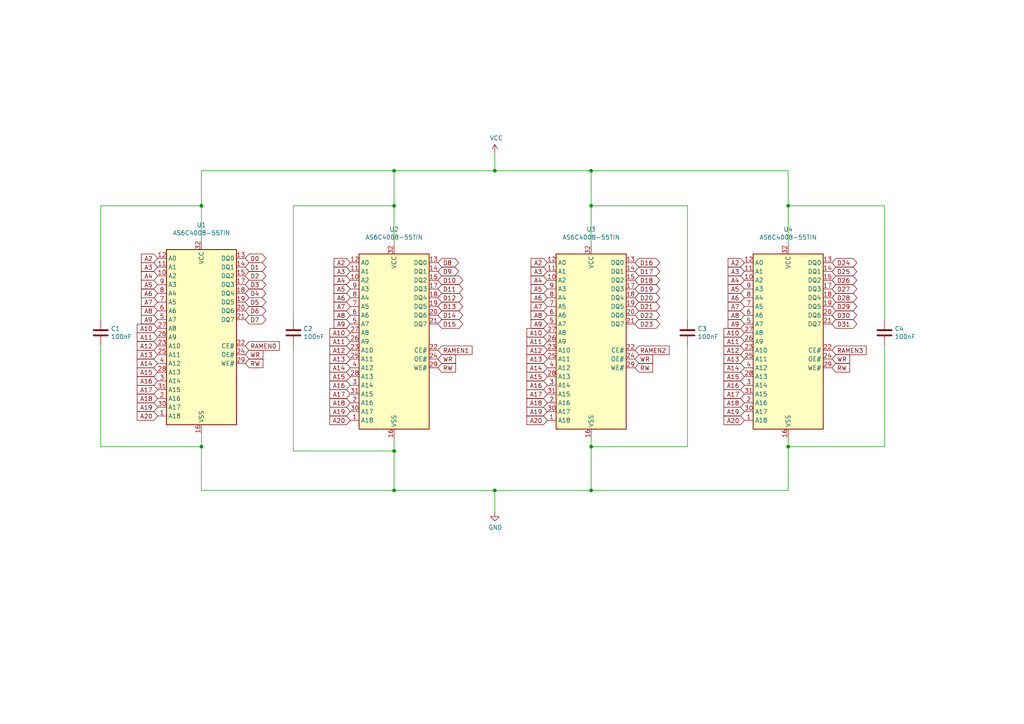
<source format=kicad_sch>
(kicad_sch (version 20211123) (generator eeschema)
  (paper "A4")
  (title_block (title "rosco_m68k Pro (030) Prototype") (date "2023-11-11") (rev "p5") (company "The Really Old-School Company Limited") (comment 1 "Copyright ©2021-2023 The Really Old-School Company Limited") (comment 2 "Open Source Hardware (CERN OHL)") (comment 3 "Prototype Hardware! Not suitable for general use!"))
  (lib_symbols
    (symbol "Device:C" (pin_numbers hide) (pin_names (offset 0.254))
      (property "Reference" "C" (at 0.635 2.54 0))
      (property "Value" "C" (at 0.635 -2.54 0))
      (symbol "C_0_1"
        (polyline (pts (xy -2.032 -0.762) (xy 2.032 -0.762)) (stroke (width 0.508)))
        (polyline (pts (xy -2.032 0.762) (xy 2.032 0.762)) (stroke (width 0.508)))
      )
      (symbol "C_1_1"
        (pin passive line (at 0 3.81 270) (length 2.794) (name "~") (number "1"))
        (pin passive line (at 0 -3.81 90) (length 2.794) (name "~") (number "2"))
      )
    )
    (symbol "Memory_RAM:AS6C4008-55PCN"
      (property "Reference" "U" (at -10.16 26.035 0))
      (property "Value" "AS6C4008-55PCN" (at 2.54 26.035 0))
      (symbol "AS6C4008-55PCN_0_0"
        (pin power_in line (at 0 -27.94 90) (length 2.54) (name "VSS") (number "16"))
        (pin power_in line (at 0 27.94 270) (length 2.54) (name "VCC") (number "32"))
      )
      (symbol "AS6C4008-55PCN_0_1"
        (rectangle (start -10.16 25.4) (end 10.16 -25.4) (stroke (width 0.254)) (fill (type background)))
      )
      (symbol "AS6C4008-55PCN_1_1"
        (pin input line (at -12.7 -22.86 0) (length 2.54) (name "A18") (number "1"))
        (pin input line (at -12.7 17.78 0) (length 2.54) (name "A2") (number "10"))
        (pin input line (at -12.7 20.32 0) (length 2.54) (name "A1") (number "11"))
        (pin input line (at -12.7 22.86 0) (length 2.54) (name "A0") (number "12"))
        (pin tri_state line (at 12.7 22.86 180) (length 2.54) (name "DQ0") (number "13"))
        (pin tri_state line (at 12.7 20.32 180) (length 2.54) (name "DQ1") (number "14"))
        (pin tri_state line (at 12.7 17.78 180) (length 2.54) (name "DQ2") (number "15"))
        (pin tri_state line (at 12.7 15.24 180) (length 2.54) (name "DQ3") (number "17"))
        (pin tri_state line (at 12.7 12.7 180) (length 2.54) (name "DQ4") (number "18"))
        (pin tri_state line (at 12.7 10.16 180) (length 2.54) (name "DQ5") (number "19"))
        (pin input line (at -12.7 -17.78 0) (length 2.54) (name "A16") (number "2"))
        (pin tri_state line (at 12.7 7.62 180) (length 2.54) (name "DQ6") (number "20"))
        (pin tri_state line (at 12.7 5.08 180) (length 2.54) (name "DQ7") (number "21"))
        (pin input line (at 12.7 -2.54 180) (length 2.54) (name "CE#") (number "22"))
        (pin input line (at -12.7 -2.54 0) (length 2.54) (name "A10") (number "23"))
        (pin input line (at 12.7 -5.08 180) (length 2.54) (name "OE#") (number "24"))
        (pin input line (at -12.7 -5.08 0) (length 2.54) (name "A11") (number "25"))
        (pin input line (at -12.7 0 0) (length 2.54) (name "A9") (number "26"))
        (pin input line (at -12.7 2.54 0) (length 2.54) (name "A8") (number "27"))
        (pin input line (at -12.7 -10.16 0) (length 2.54) (name "A13") (number "28"))
        (pin input line (at 12.7 -7.62 180) (length 2.54) (name "WE#") (number "29"))
        (pin input line (at -12.7 -12.7 0) (length 2.54) (name "A14") (number "3"))
        (pin input line (at -12.7 -20.32 0) (length 2.54) (name "A17") (number "30"))
        (pin input line (at -12.7 -15.24 0) (length 2.54) (name "A15") (number "31"))
        (pin input line (at -12.7 -7.62 0) (length 2.54) (name "A12") (number "4"))
        (pin input line (at -12.7 5.08 0) (length 2.54) (name "A7") (number "5"))
        (pin input line (at -12.7 7.62 0) (length 2.54) (name "A6") (number "6"))
        (pin input line (at -12.7 10.16 0) (length 2.54) (name "A5") (number "7"))
        (pin input line (at -12.7 12.7 0) (length 2.54) (name "A4") (number "8"))
        (pin input line (at -12.7 15.24 0) (length 2.54) (name "A3") (number "9"))
      )
    )
    (symbol "power:GND" (power) (pin_names (offset 0))
      (property "Value" "GND" (at 0 -3.81 0))
      (symbol "GND_0_1"
        (polyline (pts (xy 0 0) (xy 0 -1.27) (xy 1.27 -1.27) (xy 0 -2.54) (xy -1.27 -1.27) (xy 0 -1.27)))
      )
      (symbol "GND_1_1"
        (pin power_in line (at 0 0 270) (length 0) hide (name "GND") (number "1"))
      )
    )
    (symbol "power:VCC" (power) (pin_names (offset 0))
      (property "Value" "VCC" (at 0 3.81 0))
      (symbol "VCC_0_1"
        (polyline (pts (xy -0.762 1.27) (xy 0 2.54)))
        (polyline (pts (xy 0 0) (xy 0 2.54)))
        (polyline (pts (xy 0 2.54) (xy 0.762 1.27)))
      )
      (symbol "VCC_1_1"
        (pin power_in line (at 0 0 90) (length 0) hide (name "VCC") (number "1"))
      )
    )
  )
  (junction (at 58.42 129.54))
  (junction (at 171.45 49.53))
  (junction (at 143.51 49.53))
  (junction (at 114.3 130.81))
  (junction (at 114.3 49.53))
  (junction (at 114.3 142.24))
  (junction (at 114.3 59.69))
  (junction (at 58.42 59.69))
  (junction (at 171.45 129.54))
  (junction (at 228.6 129.54))
  (junction (at 228.6 59.69))
  (junction (at 171.45 142.24))
  (junction (at 171.45 59.69))
  (junction (at 143.51 142.24))
  (wire (pts (xy 171.45 129.54) (xy 171.45 142.24)))
  (wire (pts (xy 114.3 49.53) (xy 114.3 59.69)))
  (wire (pts (xy 143.51 148.59) (xy 143.51 142.24)))
  (wire (pts (xy 85.09 59.69) (xy 114.3 59.69)))
  (wire (pts (xy 29.21 100.33) (xy 29.21 129.54)))
  (wire (pts (xy 85.09 100.33) (xy 85.09 130.81)))
  (wire (pts (xy 143.51 49.53) (xy 171.45 49.53)))
  (wire (pts (xy 58.42 49.53) (xy 58.42 59.69)))
  (wire (pts (xy 114.3 142.24) (xy 143.51 142.24)))
  (wire (pts (xy 256.54 59.69) (xy 256.54 92.71)))
  (wire (pts (xy 171.45 127) (xy 171.45 129.54)))
  (wire (pts (xy 58.42 129.54) (xy 58.42 142.24)))
  (wire (pts (xy 199.39 59.69) (xy 171.45 59.69)))
  (wire (pts (xy 29.21 92.71) (xy 29.21 59.69)))
  (wire (pts (xy 228.6 129.54) (xy 228.6 142.24)))
  (wire (pts (xy 143.51 142.24) (xy 171.45 142.24)))
  (wire (pts (xy 171.45 49.53) (xy 228.6 49.53)))
  (wire (pts (xy 85.09 59.69) (xy 85.09 92.71)))
  (wire (pts (xy 228.6 127) (xy 228.6 129.54)))
  (wire (pts (xy 171.45 142.24) (xy 228.6 142.24)))
  (wire (pts (xy 58.42 125.73) (xy 58.42 129.54)))
  (wire (pts (xy 114.3 49.53) (xy 58.42 49.53)))
  (wire (pts (xy 143.51 44.45) (xy 143.51 49.53)))
  (wire (pts (xy 171.45 49.53) (xy 171.45 59.69)))
  (wire (pts (xy 228.6 59.69) (xy 228.6 71.12)))
  (wire (pts (xy 29.21 59.69) (xy 58.42 59.69)))
  (wire (pts (xy 228.6 49.53) (xy 228.6 59.69)))
  (wire (pts (xy 58.42 59.69) (xy 58.42 69.85)))
  (wire (pts (xy 171.45 59.69) (xy 171.45 71.12)))
  (wire (pts (xy 114.3 59.69) (xy 114.3 71.12)))
  (wire (pts (xy 256.54 59.69) (xy 228.6 59.69)))
  (wire (pts (xy 58.42 142.24) (xy 114.3 142.24)))
  (wire (pts (xy 29.21 129.54) (xy 58.42 129.54)))
  (wire (pts (xy 85.09 130.81) (xy 114.3 130.81)))
  (wire (pts (xy 256.54 129.54) (xy 228.6 129.54)))
  (wire (pts (xy 114.3 130.81) (xy 114.3 142.24)))
  (wire (pts (xy 114.3 49.53) (xy 143.51 49.53)))
  (wire (pts (xy 199.39 92.71) (xy 199.39 59.69)))
  (wire (pts (xy 199.39 129.54) (xy 171.45 129.54)))
  (wire (pts (xy 114.3 127) (xy 114.3 130.81)))
  (wire (pts (xy 199.39 100.33) (xy 199.39 129.54)))
  (wire (pts (xy 256.54 129.54) (xy 256.54 100.33)))
  (global_label "A11" (shape input) (at 45.72 97.79 180) (property "Intersheet References" "${INTERSHEET_REFS}" (effects hide)))
  (global_label "A14" (shape input) (at 215.9 106.68 180) (property "Intersheet References" "${INTERSHEET_REFS}" (effects hide)))
  (global_label "A12" (shape input) (at 101.6 101.6 180) (property "Intersheet References" "${INTERSHEET_REFS}" (effects hide)))
  (global_label "D28" (shape bidirectional) (at 241.3 86.36 0) (property "Intersheet References" "${INTERSHEET_REFS}" (effects hide)))
  (global_label "RW" (shape input) (at 184.15 106.68 0) (property "Intersheet References" "${INTERSHEET_REFS}" (effects hide)))
  (global_label "D31" (shape bidirectional) (at 241.3 93.98 0) (property "Intersheet References" "${INTERSHEET_REFS}" (effects hide)))
  (global_label "D29" (shape bidirectional) (at 241.3 88.9 0) (property "Intersheet References" "${INTERSHEET_REFS}" (effects hide)))
  (global_label "A14" (shape input) (at 158.75 106.68 180) (property "Intersheet References" "${INTERSHEET_REFS}" (effects hide)))
  (global_label "D7" (shape bidirectional) (at 71.12 92.71 0) (property "Intersheet References" "${INTERSHEET_REFS}" (effects hide)))
  (global_label "A13" (shape input) (at 158.75 104.14 180) (property "Intersheet References" "${INTERSHEET_REFS}" (effects hide)))
  (global_label "A19" (shape input) (at 45.72 118.11 180) (property "Intersheet References" "${INTERSHEET_REFS}" (effects hide)))
  (global_label "A13" (shape input) (at 215.9 104.14 180) (property "Intersheet References" "${INTERSHEET_REFS}" (effects hide)))
  (global_label "A2" (shape input) (at 158.75 76.2 180) (property "Intersheet References" "${INTERSHEET_REFS}" (effects hide)))
  (global_label "A4" (shape input) (at 215.9 81.28 180) (property "Intersheet References" "${INTERSHEET_REFS}" (effects hide)))
  (global_label "D26" (shape bidirectional) (at 241.3 81.28 0) (property "Intersheet References" "${INTERSHEET_REFS}" (effects hide)))
  (global_label "WR" (shape input) (at 127 104.14 0) (property "Intersheet References" "${INTERSHEET_REFS}" (effects hide)))
  (global_label "A7" (shape input) (at 101.6 88.9 180) (property "Intersheet References" "${INTERSHEET_REFS}" (effects hide)))
  (global_label "D23" (shape bidirectional) (at 184.15 93.98 0) (property "Intersheet References" "${INTERSHEET_REFS}" (effects hide)))
  (global_label "A9" (shape input) (at 158.75 93.98 180) (property "Intersheet References" "${INTERSHEET_REFS}" (effects hide)))
  (global_label "A17" (shape input) (at 158.75 114.3 180) (property "Intersheet References" "${INTERSHEET_REFS}" (effects hide)))
  (global_label "D27" (shape bidirectional) (at 241.3 83.82 0) (property "Intersheet References" "${INTERSHEET_REFS}" (effects hide)))
  (global_label "A15" (shape input) (at 45.72 107.95 180) (property "Intersheet References" "${INTERSHEET_REFS}" (effects hide)))
  (global_label "D18" (shape bidirectional) (at 184.15 81.28 0) (property "Intersheet References" "${INTERSHEET_REFS}" (effects hide)))
  (global_label "D13" (shape bidirectional) (at 127 88.9 0) (property "Intersheet References" "${INTERSHEET_REFS}" (effects hide)))
  (global_label "A7" (shape input) (at 215.9 88.9 180) (property "Intersheet References" "${INTERSHEET_REFS}" (effects hide)))
  (global_label "D9" (shape bidirectional) (at 127 78.74 0) (property "Intersheet References" "${INTERSHEET_REFS}" (effects hide)))
  (global_label "A16" (shape input) (at 101.6 111.76 180) (property "Intersheet References" "${INTERSHEET_REFS}" (effects hide)))
  (global_label "A9" (shape input) (at 45.72 92.71 180) (property "Intersheet References" "${INTERSHEET_REFS}" (effects hide)))
  (global_label "WR" (shape input) (at 71.12 102.87 0) (property "Intersheet References" "${INTERSHEET_REFS}" (effects hide)))
  (global_label "A8" (shape input) (at 215.9 91.44 180) (property "Intersheet References" "${INTERSHEET_REFS}" (effects hide)))
  (global_label "A18" (shape input) (at 215.9 116.84 180) (property "Intersheet References" "${INTERSHEET_REFS}" (effects hide)))
  (global_label "D19" (shape bidirectional) (at 184.15 83.82 0) (property "Intersheet References" "${INTERSHEET_REFS}" (effects hide)))
  (global_label "A16" (shape input) (at 45.72 110.49 180) (property "Intersheet References" "${INTERSHEET_REFS}" (effects hide)))
  (global_label "A14" (shape input) (at 101.6 106.68 180) (property "Intersheet References" "${INTERSHEET_REFS}" (effects hide)))
  (global_label "D14" (shape bidirectional) (at 127 91.44 0) (property "Intersheet References" "${INTERSHEET_REFS}" (effects hide)))
  (global_label "A5" (shape input) (at 215.9 83.82 180) (property "Intersheet References" "${INTERSHEET_REFS}" (effects hide)))
  (global_label "A19" (shape input) (at 215.9 119.38 180) (property "Intersheet References" "${INTERSHEET_REFS}" (effects hide)))
  (global_label "A3" (shape input) (at 101.6 78.74 180) (property "Intersheet References" "${INTERSHEET_REFS}" (effects hide)))
  (global_label "WR" (shape input) (at 184.15 104.14 0) (property "Intersheet References" "${INTERSHEET_REFS}" (effects hide)))
  (global_label "A20" (shape input) (at 215.9 121.92 180) (property "Intersheet References" "${INTERSHEET_REFS}" (effects hide)))
  (global_label "A4" (shape input) (at 45.72 80.01 180) (property "Intersheet References" "${INTERSHEET_REFS}" (effects hide)))
  (global_label "D24" (shape bidirectional) (at 241.3 76.2 0) (property "Intersheet References" "${INTERSHEET_REFS}" (effects hide)))
  (global_label "D5" (shape bidirectional) (at 71.12 87.63 0) (property "Intersheet References" "${INTERSHEET_REFS}" (effects hide)))
  (global_label "A18" (shape input) (at 101.6 116.84 180) (property "Intersheet References" "${INTERSHEET_REFS}" (effects hide)))
  (global_label "A7" (shape input) (at 158.75 88.9 180) (property "Intersheet References" "${INTERSHEET_REFS}" (effects hide)))
  (global_label "A18" (shape input) (at 45.72 115.57 180) (property "Intersheet References" "${INTERSHEET_REFS}" (effects hide)))
  (global_label "A20" (shape input) (at 158.75 121.92 180) (property "Intersheet References" "${INTERSHEET_REFS}" (effects hide)))
  (global_label "D17" (shape bidirectional) (at 184.15 78.74 0) (property "Intersheet References" "${INTERSHEET_REFS}" (effects hide)))
  (global_label "A19" (shape input) (at 101.6 119.38 180) (property "Intersheet References" "${INTERSHEET_REFS}" (effects hide)))
  (global_label "A16" (shape input) (at 158.75 111.76 180) (property "Intersheet References" "${INTERSHEET_REFS}" (effects hide)))
  (global_label "A11" (shape input) (at 215.9 99.06 180) (property "Intersheet References" "${INTERSHEET_REFS}" (effects hide)))
  (global_label "A8" (shape input) (at 158.75 91.44 180) (property "Intersheet References" "${INTERSHEET_REFS}" (effects hide)))
  (global_label "A14" (shape input) (at 45.72 105.41 180) (property "Intersheet References" "${INTERSHEET_REFS}" (effects hide)))
  (global_label "A2" (shape input) (at 215.9 76.2 180) (property "Intersheet References" "${INTERSHEET_REFS}" (effects hide)))
  (global_label "A11" (shape input) (at 101.6 99.06 180) (property "Intersheet References" "${INTERSHEET_REFS}" (effects hide)))
  (global_label "A8" (shape input) (at 45.72 90.17 180) (property "Intersheet References" "${INTERSHEET_REFS}" (effects hide)))
  (global_label "D10" (shape bidirectional) (at 127 81.28 0) (property "Intersheet References" "${INTERSHEET_REFS}" (effects hide)))
  (global_label "A17" (shape input) (at 45.72 113.03 180) (property "Intersheet References" "${INTERSHEET_REFS}" (effects hide)))
  (global_label "D15" (shape bidirectional) (at 127 93.98 0) (property "Intersheet References" "${INTERSHEET_REFS}" (effects hide)))
  (global_label "A9" (shape input) (at 215.9 93.98 180) (property "Intersheet References" "${INTERSHEET_REFS}" (effects hide)))
  (global_label "A6" (shape input) (at 45.72 85.09 180) (property "Intersheet References" "${INTERSHEET_REFS}" (effects hide)))
  (global_label "A3" (shape input) (at 158.75 78.74 180) (property "Intersheet References" "${INTERSHEET_REFS}" (effects hide)))
  (global_label "A15" (shape input) (at 158.75 109.22 180) (property "Intersheet References" "${INTERSHEET_REFS}" (effects hide)))
  (global_label "A5" (shape input) (at 101.6 83.82 180) (property "Intersheet References" "${INTERSHEET_REFS}" (effects hide)))
  (global_label "A3" (shape input) (at 215.9 78.74 180) (property "Intersheet References" "${INTERSHEET_REFS}" (effects hide)))
  (global_label "A17" (shape input) (at 101.6 114.3 180) (property "Intersheet References" "${INTERSHEET_REFS}" (effects hide)))
  (global_label "A12" (shape input) (at 45.72 100.33 180) (property "Intersheet References" "${INTERSHEET_REFS}" (effects hide)))
  (global_label "A9" (shape input) (at 101.6 93.98 180) (property "Intersheet References" "${INTERSHEET_REFS}" (effects hide)))
  (global_label "A15" (shape input) (at 101.6 109.22 180) (property "Intersheet References" "${INTERSHEET_REFS}" (effects hide)))
  (global_label "A17" (shape input) (at 215.9 114.3 180) (property "Intersheet References" "${INTERSHEET_REFS}" (effects hide)))
  (global_label "A2" (shape input) (at 101.6 76.2 180) (property "Intersheet References" "${INTERSHEET_REFS}" (effects hide)))
  (global_label "D21" (shape bidirectional) (at 184.15 88.9 0) (property "Intersheet References" "${INTERSHEET_REFS}" (effects hide)))
  (global_label "A4" (shape input) (at 158.75 81.28 180) (property "Intersheet References" "${INTERSHEET_REFS}" (effects hide)))
  (global_label "RAMEN0" (shape input) (at 71.12 100.33 0) (property "Intersheet References" "${INTERSHEET_REFS}" (effects hide)))
  (global_label "D22" (shape bidirectional) (at 184.15 91.44 0) (property "Intersheet References" "${INTERSHEET_REFS}" (effects hide)))
  (global_label "A2" (shape input) (at 45.72 74.93 180) (property "Intersheet References" "${INTERSHEET_REFS}" (effects hide)))
  (global_label "A20" (shape input) (at 45.72 120.65 180) (property "Intersheet References" "${INTERSHEET_REFS}" (effects hide)))
  (global_label "A13" (shape input) (at 101.6 104.14 180) (property "Intersheet References" "${INTERSHEET_REFS}" (effects hide)))
  (global_label "RW" (shape input) (at 71.12 105.41 0) (property "Intersheet References" "${INTERSHEET_REFS}" (effects hide)))
  (global_label "A6" (shape input) (at 158.75 86.36 180) (property "Intersheet References" "${INTERSHEET_REFS}" (effects hide)))
  (global_label "D3" (shape bidirectional) (at 71.12 82.55 0) (property "Intersheet References" "${INTERSHEET_REFS}" (effects hide)))
  (global_label "A19" (shape input) (at 158.75 119.38 180) (property "Intersheet References" "${INTERSHEET_REFS}" (effects hide)))
  (global_label "D20" (shape bidirectional) (at 184.15 86.36 0) (property "Intersheet References" "${INTERSHEET_REFS}" (effects hide)))
  (global_label "A5" (shape input) (at 158.75 83.82 180) (property "Intersheet References" "${INTERSHEET_REFS}" (effects hide)))
  (global_label "D1" (shape bidirectional) (at 71.12 77.47 0) (property "Intersheet References" "${INTERSHEET_REFS}" (effects hide)))
  (global_label "RAMEN3" (shape input) (at 241.3 101.6 0) (property "Intersheet References" "${INTERSHEET_REFS}" (effects hide)))
  (global_label "RAMEN1" (shape input) (at 127 101.6 0) (property "Intersheet References" "${INTERSHEET_REFS}" (effects hide)))
  (global_label "A10" (shape input) (at 101.6 96.52 180) (property "Intersheet References" "${INTERSHEET_REFS}" (effects hide)))
  (global_label "A11" (shape input) (at 158.75 99.06 180) (property "Intersheet References" "${INTERSHEET_REFS}" (effects hide)))
  (global_label "A3" (shape input) (at 45.72 77.47 180) (property "Intersheet References" "${INTERSHEET_REFS}" (effects hide)))
  (global_label "D12" (shape bidirectional) (at 127 86.36 0) (property "Intersheet References" "${INTERSHEET_REFS}" (effects hide)))
  (global_label "A13" (shape input) (at 45.72 102.87 180) (property "Intersheet References" "${INTERSHEET_REFS}" (effects hide)))
  (global_label "RAMEN2" (shape input) (at 184.15 101.6 0) (property "Intersheet References" "${INTERSHEET_REFS}" (effects hide)))
  (global_label "D11" (shape bidirectional) (at 127 83.82 0) (property "Intersheet References" "${INTERSHEET_REFS}" (effects hide)))
  (global_label "D16" (shape bidirectional) (at 184.15 76.2 0) (property "Intersheet References" "${INTERSHEET_REFS}" (effects hide)))
  (global_label "D0" (shape bidirectional) (at 71.12 74.93 0) (property "Intersheet References" "${INTERSHEET_REFS}" (effects hide)))
  (global_label "A12" (shape input) (at 158.75 101.6 180) (property "Intersheet References" "${INTERSHEET_REFS}" (effects hide)))
  (global_label "A6" (shape input) (at 101.6 86.36 180) (property "Intersheet References" "${INTERSHEET_REFS}" (effects hide)))
  (global_label "D8" (shape bidirectional) (at 127 76.2 0) (property "Intersheet References" "${INTERSHEET_REFS}" (effects hide)))
  (global_label "A10" (shape input) (at 158.75 96.52 180) (property "Intersheet References" "${INTERSHEET_REFS}" (effects hide)))
  (global_label "RW" (shape input) (at 241.3 106.68 0) (property "Intersheet References" "${INTERSHEET_REFS}" (effects hide)))
  (global_label "D2" (shape bidirectional) (at 71.12 80.01 0) (property "Intersheet References" "${INTERSHEET_REFS}" (effects hide)))
  (global_label "A20" (shape input) (at 101.6 121.92 180) (property "Intersheet References" "${INTERSHEET_REFS}" (effects hide)))
  (global_label "A18" (shape input) (at 158.75 116.84 180) (property "Intersheet References" "${INTERSHEET_REFS}" (effects hide)))
  (global_label "A15" (shape input) (at 215.9 109.22 180) (property "Intersheet References" "${INTERSHEET_REFS}" (effects hide)))
  (global_label "A7" (shape input) (at 45.72 87.63 180) (property "Intersheet References" "${INTERSHEET_REFS}" (effects hide)))
  (global_label "D6" (shape bidirectional) (at 71.12 90.17 0) (property "Intersheet References" "${INTERSHEET_REFS}" (effects hide)))
  (global_label "A6" (shape input) (at 215.9 86.36 180) (property "Intersheet References" "${INTERSHEET_REFS}" (effects hide)))
  (global_label "A4" (shape input) (at 101.6 81.28 180) (property "Intersheet References" "${INTERSHEET_REFS}" (effects hide)))
  (global_label "D30" (shape bidirectional) (at 241.3 91.44 0) (property "Intersheet References" "${INTERSHEET_REFS}" (effects hide)))
  (global_label "A10" (shape input) (at 45.72 95.25 180) (property "Intersheet References" "${INTERSHEET_REFS}" (effects hide)))
  (global_label "A16" (shape input) (at 215.9 111.76 180) (property "Intersheet References" "${INTERSHEET_REFS}" (effects hide)))
  (global_label "D25" (shape bidirectional) (at 241.3 78.74 0) (property "Intersheet References" "${INTERSHEET_REFS}" (effects hide)))
  (global_label "D4" (shape bidirectional) (at 71.12 85.09 0) (property "Intersheet References" "${INTERSHEET_REFS}" (effects hide)))
  (global_label "WR" (shape input) (at 241.3 104.14 0) (property "Intersheet References" "${INTERSHEET_REFS}" (effects hide)))
  (global_label "A10" (shape input) (at 215.9 96.52 180) (property "Intersheet References" "${INTERSHEET_REFS}" (effects hide)))
  (global_label "A12" (shape input) (at 215.9 101.6 180) (property "Intersheet References" "${INTERSHEET_REFS}" (effects hide)))
  (global_label "A8" (shape input) (at 101.6 91.44 180) (property "Intersheet References" "${INTERSHEET_REFS}" (effects hide)))
  (global_label "RW" (shape input) (at 127 106.68 0) (property "Intersheet References" "${INTERSHEET_REFS}" (effects hide)))
  (global_label "A5" (shape input) (at 45.72 82.55 180) (property "Intersheet References" "${INTERSHEET_REFS}" (effects hide)))
  (symbol (lib_id "Memory_RAM:AS6C4008-55PCN") (at 114.3 99.06 0) (unit 1)
    (property "Reference" "U2" (at 114.3 66.5226 0))
    (property "Value" "AS6C4008-55TIN" (at 114.3 68.834 0))
    (property "Footprint" "Package_DIP:DIP-32_W15.24mm_Socket_LongPads" (effects hide))
    (property "Datasheet" "https://www.alliancememory.com/wp-content/uploads/pdf/AS6C4008.pdf" (effects hide))
  )
  (symbol (lib_id "Memory_RAM:AS6C4008-55PCN") (at 58.42 97.79 0) (unit 1)
    (property "Reference" "U1" (at 58.42 65.2526 0))
    (property "Value" "AS6C4008-55TIN" (at 58.42 67.564 0))
    (property "Footprint" "Package_DIP:DIP-32_W15.24mm_Socket_LongPads" (effects hide))
    (property "Datasheet" "https://www.alliancememory.com/wp-content/uploads/pdf/AS6C4008.pdf" (effects hide))
  )
  (symbol (lib_id "Memory_RAM:AS6C4008-55PCN") (at 171.45 99.06 0) (unit 1)
    (property "Reference" "U3" (at 171.45 66.5226 0))
    (property "Value" "AS6C4008-55TIN" (at 171.45 68.834 0))
    (property "Footprint" "Package_DIP:DIP-32_W15.24mm_Socket_LongPads" (effects hide))
    (property "Datasheet" "https://www.alliancememory.com/wp-content/uploads/pdf/AS6C4008.pdf" (effects hide))
  )
  (symbol (lib_id "Memory_RAM:AS6C4008-55PCN") (at 228.6 99.06 0) (unit 1)
    (property "Reference" "U4" (at 228.6 66.5226 0))
    (property "Value" "AS6C4008-55TIN" (at 228.6 68.834 0))
    (property "Footprint" "Package_DIP:DIP-32_W15.24mm_Socket_LongPads" (effects hide))
    (property "Datasheet" "https://www.alliancememory.com/wp-content/uploads/pdf/AS6C4008.pdf" (effects hide))
  )
  (symbol (lib_id "power:VCC") (at 143.51 44.45 0) (unit 1)
    (property "Reference" "#PWR08" (effects hide))
    (property "Value" "VCC" (at 143.9418 40.0558 0))
  )
  (symbol (lib_id "power:GND") (at 143.51 148.59 0) (unit 1)
    (property "Reference" "#PWR09" (effects hide))
    (property "Value" "GND" (at 143.637 152.9842 0))
  )
  (symbol (lib_id "Device:C") (at 29.21 96.52 0) (unit 1)
    (property "Reference" "C1" (at 32.131 95.3516 0) (effects (justify left)))
    (property "Value" "100nF" (at 32.131 97.663 0) (effects (justify left)))
    (property "Footprint" "Capacitor_THT:C_Rect_L4.0mm_W2.5mm_P2.50mm" (effects hide))
  )
  (symbol (lib_id "Device:C") (at 85.09 96.52 0) (unit 1)
    (property "Reference" "C2" (at 88.011 95.3516 0) (effects (justify left)))
    (property "Value" "100nF" (at 88.011 97.663 0) (effects (justify left)))
    (property "Footprint" "Capacitor_THT:C_Rect_L4.0mm_W2.5mm_P2.50mm" (effects hide))
  )
  (symbol (lib_id "Device:C") (at 199.39 96.52 0) (unit 1)
    (property "Reference" "C3" (at 202.311 95.3516 0) (effects (justify left)))
    (property "Value" "100nF" (at 202.311 97.663 0) (effects (justify left)))
    (property "Footprint" "Capacitor_THT:C_Rect_L4.0mm_W2.5mm_P2.50mm" (effects hide))
  )
  (symbol (lib_id "Device:C") (at 256.54 96.52 0) (unit 1)
    (property "Reference" "C4" (at 259.461 95.3516 0) (effects (justify left)))
    (property "Value" "100nF" (at 259.461 97.663 0) (effects (justify left)))
    (property "Footprint" "Capacitor_THT:C_Rect_L4.0mm_W2.5mm_P2.50mm" (effects hide))
  )
)
</source>
